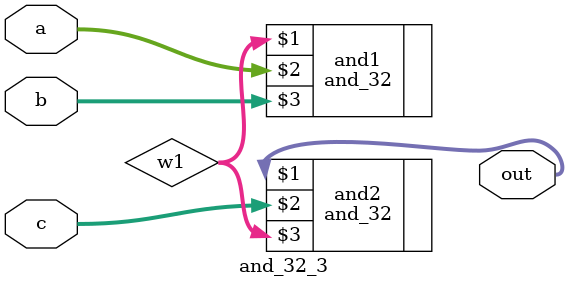
<source format=v>
module and_32_3(out,a,b,c);
	input[31:0] a,b,c;
	output[31:0] out;
	wire[31:0] w1,out1;
	and_32 and1(w1,a,b);
	and_32 and2(out,c,w1);
endmodule

</source>
